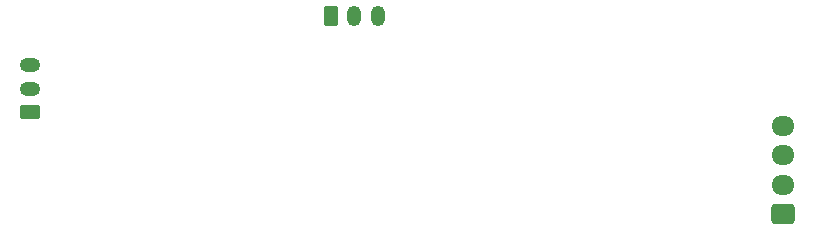
<source format=gbr>
%TF.GenerationSoftware,KiCad,Pcbnew,(6.0.7)*%
%TF.CreationDate,2023-02-23T17:40:15+01:00*%
%TF.ProjectId,freqcount,66726571-636f-4756-9e74-2e6b69636164,rev?*%
%TF.SameCoordinates,PX640f3c0PY67de938*%
%TF.FileFunction,Soldermask,Bot*%
%TF.FilePolarity,Negative*%
%FSLAX46Y46*%
G04 Gerber Fmt 4.6, Leading zero omitted, Abs format (unit mm)*
G04 Created by KiCad (PCBNEW (6.0.7)) date 2023-02-23 17:40:15*
%MOMM*%
%LPD*%
G01*
G04 APERTURE LIST*
G04 Aperture macros list*
%AMRoundRect*
0 Rectangle with rounded corners*
0 $1 Rounding radius*
0 $2 $3 $4 $5 $6 $7 $8 $9 X,Y pos of 4 corners*
0 Add a 4 corners polygon primitive as box body*
4,1,4,$2,$3,$4,$5,$6,$7,$8,$9,$2,$3,0*
0 Add four circle primitives for the rounded corners*
1,1,$1+$1,$2,$3*
1,1,$1+$1,$4,$5*
1,1,$1+$1,$6,$7*
1,1,$1+$1,$8,$9*
0 Add four rect primitives between the rounded corners*
20,1,$1+$1,$2,$3,$4,$5,0*
20,1,$1+$1,$4,$5,$6,$7,0*
20,1,$1+$1,$6,$7,$8,$9,0*
20,1,$1+$1,$8,$9,$2,$3,0*%
G04 Aperture macros list end*
%ADD10RoundRect,0.250000X0.725000X-0.600000X0.725000X0.600000X-0.725000X0.600000X-0.725000X-0.600000X0*%
%ADD11O,1.950000X1.700000*%
%ADD12RoundRect,0.250000X-0.350000X-0.625000X0.350000X-0.625000X0.350000X0.625000X-0.350000X0.625000X0*%
%ADD13O,1.200000X1.750000*%
%ADD14O,1.750000X1.200000*%
%ADD15RoundRect,0.250000X0.625000X-0.350000X0.625000X0.350000X-0.625000X0.350000X-0.625000X-0.350000X0*%
G04 APERTURE END LIST*
D10*
%TO.C,J3*%
X68840000Y7820000D03*
D11*
X68840000Y10320000D03*
X68840000Y12820000D03*
X68840000Y15320000D03*
%TD*%
D12*
%TO.C,J2*%
X30540000Y24630000D03*
D13*
X32540000Y24630000D03*
X34540000Y24630000D03*
%TD*%
D14*
%TO.C,J1*%
X5070000Y20480000D03*
X5070000Y18480000D03*
D15*
X5070000Y16480000D03*
%TD*%
M02*

</source>
